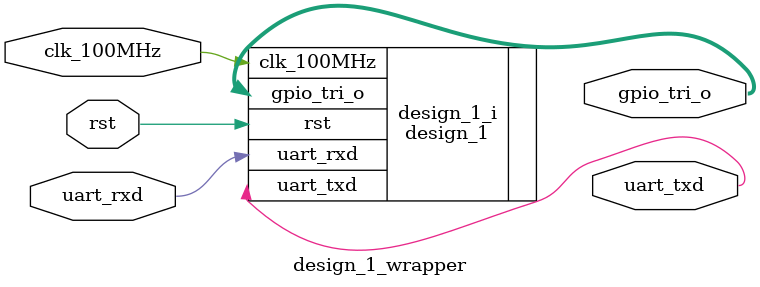
<source format=v>
`timescale 1 ps / 1 ps

module design_1_wrapper
   (clk_100MHz,
    gpio_tri_o,
    rst,
    uart_rxd,
    uart_txd);
  input clk_100MHz;
  output [15:0]gpio_tri_o;
  input rst;
  input uart_rxd;
  output uart_txd;

  wire clk_100MHz;
  wire [15:0]gpio_tri_o;
  wire rst;
  wire uart_rxd;
  wire uart_txd;

  design_1 design_1_i
       (.clk_100MHz(clk_100MHz),
        .gpio_tri_o(gpio_tri_o),
        .rst(rst),
        .uart_rxd(uart_rxd),
        .uart_txd(uart_txd));
endmodule

</source>
